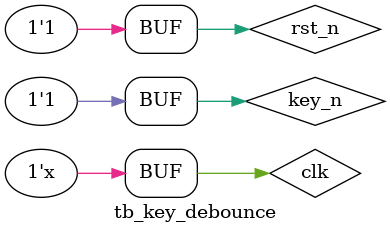
<source format=v>
`timescale 1ns / 1ns


module tb_key_debounce();
reg clk;
reg rst_n;
reg key_n;
wire deb_key_n;
initial begin
    clk = 0;
    rst_n = 0;
    #100
    rst_n = 1;
    key_n = 1;
    #200
    #200
    key_n = 0;
    #50_000_000
    key_n = 1;
    #200
    key_n = 1;
    #200
    key_n = 0;
    #200
    key_n = 1;
    #200
    key_n = 0;
    #200
    key_n = 1;
end

always #10 clk = ~clk;

key_debounce u_key_debounce(
    .clk(clk),
    .rst_n(rst_n),
    .key_n(key_n),
    .deb_key_n(deb_key_n)
    );
endmodule

</source>
